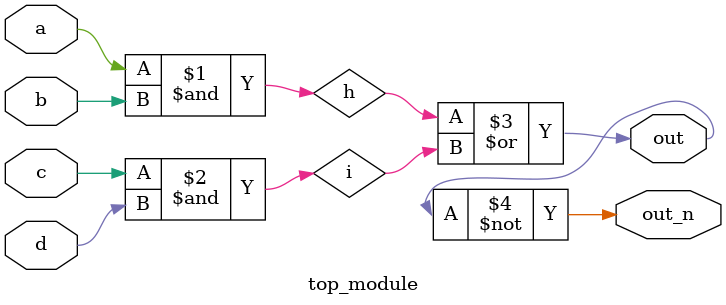
<source format=v>
`default_nettype none
module top_module(
    input a,
    input b,
    input c,
    input d,
    output out,
    output out_n   ); 
    wire h,i;
  assign    h=(a&b);
    assign i=(c&d);
    assign out=(h|i);
    assign out_n=~out;
endmodule
</source>
